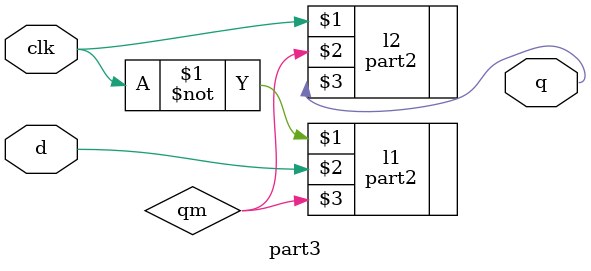
<source format=sv>

module part3(
				clk,
				d,
				q
				);
	input logic clk;
	input logic d;
	
	output logic q;
	
	logic qm;
	
	part2 l1 (~clk,d,qm);
	part2 l2 (clk,qm,q);
endmodule
</source>
